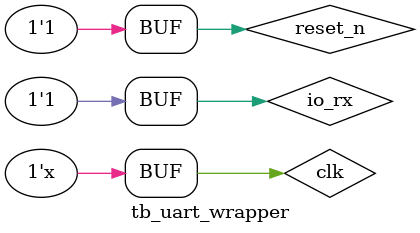
<source format=sv>
`timescale 1ns / 1ps


module tb_uart_wrapper();

    logic clk, reset_n, io_rx, data_valid;
    logic [31:0] data_out;
    logic [31:0] byte_address;

    parameter BAUD = 115200;  //bits per second
    localparam FREQUENCY_IN_HZ = 100_000_000;
    localparam BAUD_COUNT_CHECK = FREQUENCY_IN_HZ / BAUD * 10; //# of time units per bit
    
    uart_wrapper uart_wrapper_inst (
        .clk(clk),
        .reset_n(reset_n),
        .io_rx(io_rx),

        .data_valid(data_valid),
        .data_out(data_out),
        .byte_address(byte_address)
    );
    
    initial begin
        clk = 0;
        reset_n = 0;
        io_rx = 0;
        #10 reset_n = 1;
        #10 io_rx = 1;
        #10 io_rx = 0;              //start bit
        #BAUD_COUNT_CHECK io_rx = 1;//1
        #BAUD_COUNT_CHECK io_rx = 0;//2
        #BAUD_COUNT_CHECK io_rx = 0;
        #BAUD_COUNT_CHECK io_rx = 0;
        #BAUD_COUNT_CHECK io_rx = 0;
        #BAUD_COUNT_CHECK io_rx = 0;
        #BAUD_COUNT_CHECK io_rx = 0;
        #BAUD_COUNT_CHECK io_rx = 0;//8
        #BAUD_COUNT_CHECK io_rx = 1;
        #BAUD_COUNT_CHECK io_rx = 1;
        #BAUD_COUNT_CHECK io_rx = 0;//start bit
        #BAUD_COUNT_CHECK io_rx = 0;//1
        #BAUD_COUNT_CHECK io_rx = 1;//2
        #BAUD_COUNT_CHECK io_rx = 0;
        #BAUD_COUNT_CHECK io_rx = 0;
        #BAUD_COUNT_CHECK io_rx = 0;
        #BAUD_COUNT_CHECK io_rx = 0;
        #BAUD_COUNT_CHECK io_rx = 0;
        #BAUD_COUNT_CHECK io_rx = 0;//8
        #BAUD_COUNT_CHECK io_rx = 1;
        #BAUD_COUNT_CHECK io_rx = 1;
        #BAUD_COUNT_CHECK io_rx = 1;
        #BAUD_COUNT_CHECK io_rx = 0;//start bit
        #BAUD_COUNT_CHECK io_rx = 1;//1
        #BAUD_COUNT_CHECK io_rx = 1;//2
        #BAUD_COUNT_CHECK io_rx = 0;
        #BAUD_COUNT_CHECK io_rx = 0;
        #BAUD_COUNT_CHECK io_rx = 0;
        #BAUD_COUNT_CHECK io_rx = 0;
        #BAUD_COUNT_CHECK io_rx = 0;
        #BAUD_COUNT_CHECK io_rx = 0;//8
        #BAUD_COUNT_CHECK io_rx = 1;
        #BAUD_COUNT_CHECK io_rx = 1;
        #BAUD_COUNT_CHECK io_rx = 0;//start bit
        #BAUD_COUNT_CHECK io_rx = 0;//1
        #BAUD_COUNT_CHECK io_rx = 0;//2
        #BAUD_COUNT_CHECK io_rx = 1;
        #BAUD_COUNT_CHECK io_rx = 0;
        #BAUD_COUNT_CHECK io_rx = 0;
        #BAUD_COUNT_CHECK io_rx = 0;
        #BAUD_COUNT_CHECK io_rx = 0;
        #BAUD_COUNT_CHECK io_rx = 0;//8
        #BAUD_COUNT_CHECK io_rx = 1;
        #BAUD_COUNT_CHECK io_rx = 1;
        #BAUD_COUNT_CHECK io_rx = 0;//start bit
        #BAUD_COUNT_CHECK io_rx = 1;//1
        #BAUD_COUNT_CHECK io_rx = 0;//2
        #BAUD_COUNT_CHECK io_rx = 1;
        #BAUD_COUNT_CHECK io_rx = 0;
        #BAUD_COUNT_CHECK io_rx = 0;
        #BAUD_COUNT_CHECK io_rx = 0;
        #BAUD_COUNT_CHECK io_rx = 0;
        #BAUD_COUNT_CHECK io_rx = 0;//8
        #BAUD_COUNT_CHECK io_rx = 1;
        #BAUD_COUNT_CHECK io_rx = 1;
    end

    always begin
        #5 clk = ~clk;
    end

endmodule

</source>
